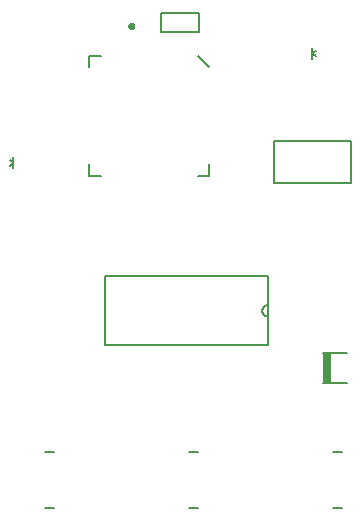
<source format=gto>
G75*
%MOIN*%
%OFA0B0*%
%FSLAX24Y24*%
%IPPOS*%
%LPD*%
%AMOC8*
5,1,8,0,0,1.08239X$1,22.5*
%
%ADD10C,0.0080*%
%ADD11R,0.0266X0.0965*%
%ADD12C,0.0050*%
D10*
X003226Y008782D02*
X003511Y008782D01*
X003511Y010671D02*
X003226Y010671D01*
X005227Y014213D02*
X010659Y014213D01*
X010659Y016535D01*
X005227Y016535D01*
X005227Y014213D01*
X008026Y010671D02*
X008311Y010671D01*
X008311Y008782D02*
X008026Y008782D01*
X010659Y015177D02*
X010632Y015179D01*
X010606Y015184D01*
X010581Y015193D01*
X010557Y015206D01*
X010535Y015221D01*
X010515Y015240D01*
X010498Y015260D01*
X010484Y015283D01*
X010473Y015308D01*
X010466Y015334D01*
X010462Y015361D01*
X010462Y015387D01*
X010466Y015414D01*
X010473Y015440D01*
X010484Y015465D01*
X010498Y015488D01*
X010515Y015508D01*
X010535Y015527D01*
X010557Y015542D01*
X010581Y015555D01*
X010606Y015564D01*
X010632Y015569D01*
X010659Y015571D01*
X012491Y013977D02*
X013302Y013977D01*
X013302Y012953D02*
X012491Y012953D01*
X012826Y010671D02*
X013111Y010671D01*
X013111Y008782D02*
X012826Y008782D01*
X013421Y019612D02*
X010841Y019612D01*
X010841Y021012D01*
X013421Y021012D01*
X013421Y019612D01*
X012135Y023763D02*
X012135Y023944D01*
X012257Y024036D01*
X012135Y024125D02*
X012135Y023944D01*
X012141Y023934D02*
X012257Y023858D01*
X008703Y023482D02*
X008310Y023876D01*
X008703Y020254D02*
X008703Y019860D01*
X008310Y019860D01*
X005081Y019860D02*
X004688Y019860D01*
X004688Y020254D01*
X004688Y023482D02*
X004688Y023876D01*
X005081Y023876D01*
X002170Y020483D02*
X002170Y020302D01*
X002048Y020210D01*
X002170Y020121D02*
X002170Y020302D01*
X002164Y020312D02*
X002048Y020388D01*
D11*
X012612Y013465D03*
D12*
X008363Y024672D02*
X007103Y024672D01*
X007103Y025302D01*
X008363Y025302D01*
X008363Y024672D01*
X006032Y024856D02*
X006034Y024874D01*
X006039Y024891D01*
X006048Y024907D01*
X006060Y024920D01*
X006075Y024930D01*
X006091Y024938D01*
X006109Y024942D01*
X006127Y024942D01*
X006145Y024938D01*
X006161Y024930D01*
X006176Y024920D01*
X006188Y024907D01*
X006197Y024891D01*
X006202Y024874D01*
X006204Y024856D01*
X006202Y024838D01*
X006197Y024821D01*
X006188Y024805D01*
X006176Y024792D01*
X006161Y024782D01*
X006145Y024774D01*
X006127Y024770D01*
X006109Y024770D01*
X006091Y024774D01*
X006075Y024782D01*
X006060Y024792D01*
X006048Y024805D01*
X006039Y024821D01*
X006034Y024838D01*
X006032Y024856D01*
X006108Y024856D02*
X006110Y024861D01*
X006114Y024865D01*
X006119Y024866D01*
X006125Y024864D01*
X006128Y024859D01*
X006128Y024853D01*
X006125Y024848D01*
X006119Y024846D01*
X006114Y024847D01*
X006110Y024851D01*
X006108Y024856D01*
X006068Y024856D02*
X006070Y024869D01*
X006075Y024882D01*
X006084Y024893D01*
X006095Y024900D01*
X006108Y024905D01*
X006121Y024906D01*
X006135Y024903D01*
X006147Y024897D01*
X006157Y024888D01*
X006164Y024876D01*
X006168Y024863D01*
X006168Y024849D01*
X006164Y024836D01*
X006157Y024824D01*
X006147Y024815D01*
X006135Y024809D01*
X006121Y024806D01*
X006108Y024807D01*
X006095Y024812D01*
X006084Y024819D01*
X006075Y024830D01*
X006070Y024843D01*
X006068Y024856D01*
M02*

</source>
